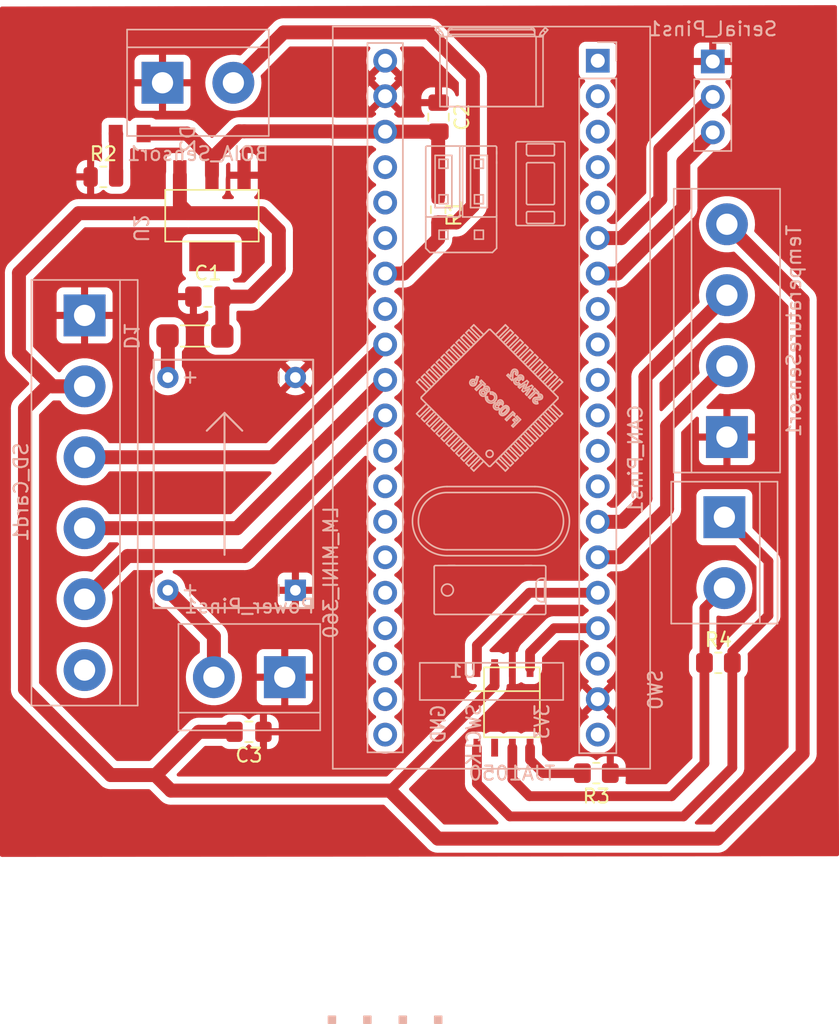
<source format=kicad_pcb>
(kicad_pcb (version 20211014) (generator pcbnew)
  (layers (0 "F.Cu" signal "cobre frontal") (31 "B.Cu" signal "Cobre traseira") (34 "B.Paste" user "Pasta traseira") (35 "F.Paste" user "Pasta frontal") (36 "B.SilkS" user "Serigrafia traseira") (37 "F.SilkS" user "Serigrafia frontal") (38 "B.Mask" user "Máscara traseira") (39 "F.Mask" user "Máscara frontal") (44 "Edge.Cuts" user "Cortes contorno"))
  (net 0 "")
  (net 1 "GND")
  (net 2 "/SerialRead")
  (net 3 "/5V")
  (net 4 "/3V3")
  (net 5 "/CAN_L")
  (net 6 "/CAN_H")
  (net 7 "/5V_IN")
  (net 8 "Net-(D2-Pad1)")
  (net 9 "/VCC_ON")
  (net 10 "Net-(R3-Pad2)")
  (net 11 "/MISO")
  (net 12 "/MOSI")
  (net 13 "/SCK")
  (net 14 "/CS")
  (net 15 "/RX")
  (net 16 "/TX")
  (net 17 "/SDA")
  (net 18 "/SCL")
  (net 19 "/CAN_TX")
  (net 20 "/CAN_RX")
  (footprint "Capacitor_SMD:C_0805_2012Metric_Pad1.18x1.45mm_HandSolder" (layer "F.Cu") (at 74.7522 101.5238)
    (fp_text reference "C1" (at 0 -1.68) (layer "F.SilkS"))
    (fp_text value "10uF")
    (pad "1" smd roundrect (at -1.0375 0) (size 1.175 1.45) (layers "F.Cu" "F.Paste" "F.Mask") (roundrect_rratio 0.212766) (net 1 "GND"))
    (pad "2" smd roundrect (at 1.0375 0) (size 1.175 1.45) (layers "F.Cu" "F.Paste" "F.Mask") (roundrect_rratio 0.212766) (net 3 "/5V"))
  )
  (footprint "Capacitor_SMD:C_0805_2012Metric_Pad1.18x1.45mm_HandSolder" (layer "F.Cu") (at 91.2876 88.6714 -90)
    (fp_text reference "C2" (at 0 -1.68 -270) (layer "F.SilkS"))
    (fp_text value "10uF")
    (pad "1" smd roundrect (at -1.0375 0 270) (size 1.175 1.45) (layers "F.Cu" "F.Paste" "F.Mask") (roundrect_rratio 0.212766) (net 1 "GND"))
    (pad "2" smd roundrect (at 1.0375 0 270) (size 1.175 1.45) (layers "F.Cu" "F.Paste" "F.Mask") (roundrect_rratio 0.212766) (net 4 "/3V3"))
  )
  (footprint "Resistor_SMD:R_0805_2012Metric_Pad1.20x1.40mm_HandSolder" (layer "F.Cu") (at 111.35 127.75)
    (fp_text reference "R4" (at 0 -1.65) (layer "F.SilkS"))
    (fp_text value "120")
    (pad "1" smd roundrect (at -1 0) (size 1.2 1.4) (layers "F.Cu" "F.Paste" "F.Mask") (roundrect_rratio 0.208333) (net 6 "/CAN_H"))
    (pad "2" smd roundrect (at 1 0) (size 1.2 1.4) (layers "F.Cu" "F.Paste" "F.Mask") (roundrect_rratio 0.208333) (net 5 "/CAN_L"))
  )
  (footprint "Resistor_SMD:R_0805_2012Metric" (layer "F.Cu") (at 67.26 92.95)
    (fp_text reference "R2" (at 0 -1.65) (layer "F.SilkS"))
    (fp_text value "120")
    (pad "1" smd roundrect (at -0.9125 0) (size 1.025 1.4) (layers "F.Cu" "F.Paste" "F.Mask") (roundrect_rratio 0.243902) (net 1 "GND"))
    (pad "2" smd roundrect (at 0.9125 0) (size 1.025 1.4) (layers "F.Cu" "F.Paste" "F.Mask") (roundrect_rratio 0.243902) (net 8 "Net-(D2-Pad1)"))
  )
  (footprint "Resistor_SMD:R_0805_2012Metric_Pad1.20x1.40mm_HandSolder" (layer "F.Cu") (at 102.6 135.65 180)
    (fp_text reference "R3" (at 0 -1.65) (layer "F.SilkS"))
    (fp_text value "10k")
    (pad "1" smd roundrect (at -1 0 180) (size 1.2 1.4) (layers "F.Cu" "F.Paste" "F.Mask") (roundrect_rratio 0.208333) (net 1 "GND"))
    (pad "2" smd roundrect (at 1 0 180) (size 1.2 1.4) (layers "F.Cu" "F.Paste" "F.Mask") (roundrect_rratio 0.208333) (net 10 "Net-(R3-Pad2)"))
  )
  (footprint "Resistor_SMD:R_0603_1608Metric_Pad0.98x0.95mm_HandSolder" (layer "F.Cu") (at 91.2622 95.3008 -90)
    (fp_text reference "R1" (at 0.254 -1.143 90) (layer "F.SilkS"))
    (fp_text value "200")
    (pad "1" smd roundrect (at -0.9125 0 270) (size 0.975 0.95) (layers "F.Cu" "F.Paste" "F.Mask") (net 4 "/3V3"))
    (pad "2" smd roundrect (at 0.9125 0 270) (size 0.975 0.95) (layers "F.Cu" "F.Paste" "F.Mask") (net 2 "/SerialRead"))
  )
  (footprint "Capacitor_SMD:C_0805_2012Metric_Pad1.18x1.45mm_HandSolder" (layer "F.Cu") (at 77.6986 132.6896 180)
    (fp_text reference "C3" (at 0 -1.68) (layer "F.SilkS"))
    (fp_text value "100nF")
    (pad "1" smd roundrect (at -1.0375 0 180) (size 1.175 1.45) (layers "F.Cu" "F.Paste" "F.Mask") (roundrect_rratio 0.212766) (net 1 "GND"))
    (pad "2" smd roundrect (at 1.0375 0 180) (size 1.175 1.45) (layers "F.Cu" "F.Paste" "F.Mask") (roundrect_rratio 0.212766) (net 3 "/5V"))
  )
  (footprint "Footprints:D_Schotty" (layer "B.Cu") (at 68.74365 104.3432 90)
    (fp_text reference "D1" (at 0 0.5 -90 unlocked) (layer "B.SilkS") (effects (justify mirror)))
    (fp_text value "D_Schottky")
    (pad "1" smd roundrect (at 0 7.045 180) (size 1.605 1.67) (layers "F.Cu" "F.Paste" "F.Mask") (net 3 "/5V"))
    (pad "2" smd roundrect (at 0 3.115 180) (size 1.605 1.67) (layers "F.Cu" "F.Paste" "F.Mask") (net 7 "/5V_IN"))
  )
  (footprint "Footprints:CAN" (layer "B.Cu") (at 96.55 136.1575 180)
    (fp_text reference "TJA1050" (at 0 0.5 unlocked) (layer "B.SilkS") (effects (justify mirror)))
    (fp_text value "CAN")
    (pad "1" smd rect (at -1.3 8.03 270) (size 1.27 0.49) (layers "F.Cu" "F.Paste" "F.Mask") (net 19 "/CAN_TX"))
    (pad "2" smd rect (at -0.03 8.03 270) (size 1.27 0.49) (layers "F.Cu" "F.Paste" "F.Mask") (net 1 "GND"))
    (pad "3" smd rect (at 1.24 8.03 270) (size 1.27 0.49) (layers "F.Cu" "F.Paste" "F.Mask") (net 3 "/5V"))
    (pad "4" smd rect (at 2.51 8.03 270) (size 1.27 0.49) (layers "F.Cu" "F.Paste" "F.Mask") (net 20 "/CAN_RX"))
    (pad "5" smd rect (at 2.51 2.33 270) (size 1.27 0.49) (layers "F.Cu" "F.Paste" "F.Mask") (net 5 "/CAN_L"))
    (pad "6" smd rect (at 1.24 2.33 270) (size 1.27 0.49) (layers "F.Cu" "F.Paste" "F.Mask"))
    (pad "7" smd rect (at -0.03 2.33 270) (size 1.27 0.49) (layers "F.Cu" "F.Paste" "F.Mask") (net 6 "/CAN_H"))
    (pad "8" smd rect (at -1.3 2.33 270) (size 1.27 0.49) (layers "F.Cu" "F.Paste" "F.Mask") (net 10 "Net-(R3-Pad2)"))
  )
  (footprint "TerminalBlock:TerminalBlock_bornier-4_P5.08mm" (layer "B.Cu") (at 111.9632 111.5822 90)
    (fp_text reference "TemperatureSensor1" (at 7.6 4.8 90) (layer "B.SilkS") (effects (justify mirror)))
    (fp_text value "Conn_01x02_Male")
    (pad "1" thru_hole rect (at 0 0 90) (size 3 3) (drill 1.52) (layers *.Cu *.Mask) (net 1 "GND"))
    (pad "2" thru_hole circle (at 5.08 0 90) (size 3 3) (drill 1.52) (layers *.Cu *.Mask) (net 17 "/SDA"))
    (pad "3" thru_hole circle (at 10.16 0 90) (size 3 3) (drill 1.52) (layers *.Cu *.Mask) (net 18 "/SCL"))
    (pad "4" thru_hole circle (at 15.24 0 90) (size 3 3) (drill 1.52) (layers *.Cu *.Mask) (net 3 "/5V"))
  )
  (footprint "TerminalBlock:TerminalBlock_bornier-2_P5.08mm" (layer "B.Cu") (at 80.264 128.778 180)
    (fp_text reference "Power_Pins1" (at 2.54 5.08) (layer "B.SilkS") (effects (justify mirror)))
    (fp_text value "Conn_01x02_Male")
    (pad "1" thru_hole rect (at 0 0 180) (size 2.999999 2.999999) (drill 1.52) (layers *.Cu *.Mask) (net 1 "GND"))
    (pad "2" thru_hole circle (at 5.08 0 180) (size 2.999999 2.999999) (drill 1.52) (layers *.Cu *.Mask) (net 9 "/VCC_ON"))
  )
  (footprint "Footprints:LM1117" (layer "B.Cu") (at 69.435 96.6425 90)
    (fp_text reference "U2" (at 0 0.5 -90 unlocked) (layer "B.SilkS") (effects (justify mirror)))
    (fp_text value "LM1117")
    (pad "1" smd rect (at 3.8125 7.91 180) (size 0.95 2.15) (layers "F.Cu" "F.Paste" "F.Mask") (net 1 "GND"))
    (pad "2" smd rect (at 3.8125 5.61 180) (size 0.95 2.15) (layers "F.Cu" "F.Paste" "F.Mask") (net 4 "/3V3"))
    (pad "3" smd rect (at 3.8125 3.31 180) (size 0.95 2.15) (layers "F.Cu" "F.Paste" "F.Mask") (net 3 "/5V"))
    (pad "4" smd rect (at -1.9875 5.61 180) (size 3.25 2.15) (layers "F.Cu" "F.Paste" "F.Mask"))
  )
  (footprint "Footprints:D_LED" (layer "B.Cu") (at 72.725 90.4475 -90)
    (fp_text reference "D2" (at -0.219 -0.595 -270 unlocked) (layer "B.SilkS") (effects (justify mirror)))
    (fp_text value "LED")
    (pad "1" smd rect (at -0.6 4.58) (size 1 1.25) (layers "F.Cu" "F.Paste" "F.Mask") (net 8 "Net-(D2-Pad1)"))
    (pad "2" smd rect (at -0.6 2.58) (size 1 1.25) (layers "F.Cu" "F.Paste" "F.Mask") (net 4 "/3V3"))
  )
  (footprint "Footprints:LM2596_DSN_Mini360_Module" (layer "B.Cu") (at 81.026 122.555 90)
    (fp_text reference "LM_MINI_360" (at 1.27 2.54 90) (layer "B.SilkS") (effects (justify mirror)))
    (fp_text value "V_REG")
    (fp_text user "+" (at 0 -7.62 90) (layer "B.SilkS") (effects (justify mirror)))
    (fp_text user "-" (at 15.24 -1.27 90) (layer "B.SilkS") (effects (justify mirror)))
    (fp_text user "-" (at 0 -1.27 90) (layer "B.SilkS") (effects (justify mirror)))
    (fp_text user "+" (at 15.24 -7.62 90) (layer "B.SilkS") (effects (justify mirror)))
    (pad "1" thru_hole circle (at 0 -9.144 90) (size 1.524 1.524) (drill 0.762) (layers *.Cu *.Mask) (net 9 "/VCC_ON"))
    (pad "2" thru_hole rect (at 0 0 90) (size 1.524 1.524) (drill 0.762) (layers *.Cu *.Mask) (net 1 "GND"))
    (pad "3" thru_hole circle (at 15.24 -9.144 90) (size 1.524 1.524) (drill 0.762) (layers *.Cu *.Mask) (net 7 "/5V_IN"))
    (pad "4" thru_hole circle (at 15.24 0 90) (size 1.524 1.524) (drill 0.762) (layers *.Cu *.Mask) (net 1 "GND"))
  )
  (footprint "Footprints:bluepill" (layer "B.Cu") (at 95.08331 136.70097 180)
    (fp_text reference "U1" (at 2.032 8.3994 unlocked) (layer "B.SilkS") (effects (justify mirror)))
    (fp_text value "YAAJ_BluePill")
    (fp_text user "GND" (at 3.81 4.572 90 unlocked) (layer "B.SilkS") (effects (font (size 1 0.9)) (justify mirror)))
    (fp_text user "SWCLK" (at 1.27 3.81 90 unlocked) (layer "B.SilkS") (effects (font (size 1 0.9)) (justify mirror)))
    (fp_text user "SWO" (at -11.7602 7.0198 90 unlocked) (layer "B.SilkS") (effects (font (size 1 0.9)) (justify mirror)))
    (fp_text user "3V3" (at -3.6244 4.7338 90 unlocked) (layer "B.SilkS") (effects (font (size 1 0.9)) (justify mirror)))
    (pad "1" thru_hole rect (at -7.62 52.07 180) (size 1.7 1.7) (drill 1) (layers *.Cu *.Mask))
    (pad "2" thru_hole circle (at -7.62 49.53 180) (size 1.7 1.7) (drill 1) (layers *.Cu *.Mask))
    (pad "3" thru_hole circle (at -7.62 46.99 180) (size 1.7 1.7) (drill 1) (layers *.Cu *.Mask))
    (pad "4" thru_hole circle (at -7.62 44.45 180) (size 1.7 1.7) (drill 1) (layers *.Cu *.Mask))
    (pad "5" thru_hole circle (at -7.62 41.91 180) (size 1.7 1.7) (drill 1) (layers *.Cu *.Mask))
    (pad "6" thru_hole circle (at -7.62 39.37 180) (size 1.7 1.7) (drill 1) (layers *.Cu *.Mask) (net 16 "/TX"))
    (pad "7" thru_hole circle (at -7.62 36.83 180) (size 1.7 1.7) (drill 1) (layers *.Cu *.Mask) (net 15 "/RX"))
    (pad "8" thru_hole circle (at -7.62 34.29 180) (size 1.7 1.7) (drill 1) (layers *.Cu *.Mask))
    (pad "9" thru_hole circle (at -7.62 31.75 180) (size 1.7 1.7) (drill 1) (layers *.Cu *.Mask))
    (pad "10" thru_hole circle (at -7.62 29.21 180) (size 1.7 1.7) (drill 1) (layers *.Cu *.Mask))
    (pad "11" thru_hole circle (at -7.62 26.67 180) (size 1.7 1.7) (drill 1) (layers *.Cu *.Mask))
    (pad "12" thru_hole circle (at -7.62 24.13 180) (size 1.7 1.7) (drill 1) (layers *.Cu *.Mask))
    (pad "13" thru_hole circle (at -7.62 21.59 180) (size 1.7 1.7) (drill 1) (layers *.Cu *.Mask))
    (pad "14" thru_hole circle (at -7.62 19.05 180) (size 1.7 1.7) (drill 1) (layers *.Cu *.Mask) (net 18 "/SCL"))
    (pad "15" thru_hole circle (at -7.62 16.51 180) (size 1.7 1.7) (drill 1) (layers *.Cu *.Mask) (net 17 "/SDA"))
    (pad "16" thru_hole circle (at -7.62 13.97 180) (size 1.7 1.7) (drill 1) (layers *.Cu *.Mask) (net 20 "/CAN_RX"))
    (pad "17" thru_hole circle (at -7.62 11.43 180) (size 1.7 1.7) (drill 1) (layers *.Cu *.Mask) (net 19 "/CAN_TX"))
    (pad "18" thru_hole circle (at -7.62 8.89 180) (size 1.7 1.7) (drill 1) (layers *.Cu *.Mask))
    (pad "19" thru_hole circle (at -7.62 6.35 180) (size 1.7 1.7) (drill 1) (layers *.Cu *.Mask) (net 1 "GND"))
    (pad "20" thru_hole circle (at -7.62 3.81 180) (size 1.7 1.7) (drill 1) (layers *.Cu *.Mask))
    (pad "21" thru_hole circle (at 7.62 3.81 180) (size 1.7 1.7) (drill 1) (layers *.Cu *.Mask))
    (pad "22" thru_hole circle (at 7.62 6.35 180) (size 1.7 1.7) (drill 1) (layers *.Cu *.Mask))
    (pad "23" thru_hole circle (at 7.62 8.89 180) (size 1.7 1.7) (drill 1) (layers *.Cu *.Mask))
    (pad "24" thru_hole circle (at 7.62 11.43 180) (size 1.7 1.7) (drill 1) (layers *.Cu *.Mask))
    (pad "25" thru_hole circle (at 7.62 13.97 180) (size 1.7 1.7) (drill 1) (layers *.Cu *.Mask))
    (pad "26" thru_hole circle (at 7.62 16.51 180) (size 1.7 1.7) (drill 1) (layers *.Cu *.Mask))
    (pad "27" thru_hole circle (at 7.62 19.05 180) (size 1.7 1.7) (drill 1) (layers *.Cu *.Mask))
    (pad "28" thru_hole circle (at 7.62 21.59 180) (size 1.7 1.7) (drill 1) (layers *.Cu *.Mask))
    (pad "29" thru_hole circle (at 7.62 24.13 180) (size 1.7 1.7) (drill 1) (layers *.Cu *.Mask))
    (pad "30" thru_hole circle (at 7.62 26.67 180) (size 1.7 1.7) (drill 1) (layers *.Cu *.Mask) (net 13 "/SCK"))
    (pad "31" thru_hole circle (at 7.62 29.21 180) (size 1.7 1.7) (drill 1) (layers *.Cu *.Mask) (net 11 "/MISO"))
    (pad "32" thru_hole circle (at 7.62 31.75 180) (size 1.7 1.7) (drill 1) (layers *.Cu *.Mask) (net 12 "/MOSI"))
    (pad "33" thru_hole circle (at 7.62 34.29 180) (size 1.7 1.7) (drill 1) (layers *.Cu *.Mask))
    (pad "34" thru_hole circle (at 7.62 36.83 180) (size 1.7 1.7) (drill 1) (layers *.Cu *.Mask) (net 2 "/SerialRead"))
    (pad "35" thru_hole circle (at 7.62 39.37 180) (size 1.7 1.7) (drill 1) (layers *.Cu *.Mask))
    (pad "36" thru_hole circle (at 7.62 41.91 180) (size 1.7 1.7) (drill 1) (layers *.Cu *.Mask))
    (pad "37" thru_hole circle (at 7.62 44.45 180) (size 1.7 1.7) (drill 1) (layers *.Cu *.Mask))
    (pad "38" thru_hole circle (at 7.62 46.99 180) (size 1.7 1.7) (drill 1) (layers *.Cu *.Mask) (net 4 "/3V3"))
    (pad "39" thru_hole circle (at 7.62 49.53 180) (size 1.7 1.7) (drill 1) (layers *.Cu *.Mask) (net 1 "GND"))
    (pad "40" thru_hole circle (at 7.62 52.07 180) (size 1.7 1.7) (drill 1) (layers *.Cu *.Mask) (net 1 "GND"))
  )
  (footprint "TerminalBlock:TerminalBlock_bornier-2_P5.08mm" (layer "B.Cu") (at 111.78 117.32 -90)
    (fp_text reference "CAN_Pins1" (at -4.14 6.37 90) (layer "B.SilkS") (effects (justify mirror)))
    (fp_text value "Conn_01x02_Male")
    (pad "1" thru_hole rect (at 0 0 270) (size 3 3) (drill 1.52) (layers *.Cu *.Mask) (net 5 "/CAN_L"))
    (pad "2" thru_hole circle (at 5.08 0 270) (size 3 3) (drill 1.52) (layers *.Cu *.Mask) (net 6 "/CAN_H"))
  )
  (footprint "TerminalBlock:TerminalBlock_bornier-2_P5.08mm" (layer "B.Cu") (at 71.5 86.21)
    (fp_text reference "BOIA_Sensor1" (at 2.54 5.08) (layer "B.SilkS") (effects (justify mirror)))
    (fp_text value "Conn_01x02_Male")
    (pad "1" thru_hole rect (at 0 0) (size 3 3) (drill 1.52) (layers *.Cu *.Mask) (net 1 "GND"))
    (pad "2" thru_hole circle (at 5.08 0) (size 3 3) (drill 1.52) (layers *.Cu *.Mask) (net 2 "/SerialRead"))
  )
  (footprint "Connector_PinHeader_2.54mm:PinHeader_1x03_P2.54mm_Vertical" (layer "B.Cu") (at 110.9472 84.6836 180)
    (property "Reference" "Serial_Pins")
    (property "Value" "Conn_01x03_Male")
    (fp_text reference "Serial_Pins1" (at 0 2.33) (layer "B.SilkS") (effects (justify mirror)))
    (fp_text value "Conn_01x03_Male")
    (pad "1" thru_hole rect (at 0 0 180) (size 1.7 1.7) (drill 1) (layers *.Cu *.Mask) (net 1 "GND"))
    (pad "2" thru_hole oval (at 0 -2.54 180) (size 1.7 1.7) (drill 1) (layers *.Cu *.Mask) (net 16 "/TX"))
    (pad "3" thru_hole oval (at 0 -5.08 180) (size 1.7 1.7) (drill 1) (layers *.Cu *.Mask) (net 15 "/RX"))
  )
  (footprint "TerminalBlock:TerminalBlock_bornier-6_P5.08mm" (layer "B.Cu") (at 65.913 102.87 -90)
    (property "Reference" "SD_Card")
    (property "Value" "Conn_01x06_Male")
    (fp_text reference "SD_Card1" (at 12.65 4.55 90) (layer "B.SilkS") (effects (justify mirror)))
    (fp_text value "Conn_01x06_Male")
    (pad "1" thru_hole rect (at 0 0 270) (size 3 3) (drill 1.52) (layers *.Cu *.Mask) (net 1 "GND"))
    (pad "2" thru_hole circle (at 5.08 0 270) (size 3 3) (drill 1.52) (layers *.Cu *.Mask) (net 3 "/5V"))
    (pad "3" thru_hole circle (at 10.16 0 270) (size 3 3) (drill 1.52) (layers *.Cu *.Mask) (net 12 "/MOSI"))
    (pad "4" thru_hole circle (at 15.24 0 270) (size 3 3) (drill 1.52) (layers *.Cu *.Mask) (net 11 "/MISO"))
    (pad "5" thru_hole circle (at 20.32 0 270) (size 3 3) (drill 1.52) (layers *.Cu *.Mask) (net 13 "/SCK"))
    (pad "6" thru_hole circle (at 25.4 0 270) (size 3 3) (drill 1.52) (layers *.Cu *.Mask) (net 14 "/CS"))
  )
  (segment (start 93.7514 95.0214) (end 92.5595 96.2133) (width 1) (layer "F.Cu") (net 2))
  (segment (start 87.46331 99.87097) (end 88.77903 99.87097) (width 1) (layer "F.Cu") (net 2))
  (segment (start 90.6008 82.6008) (end 80.1892 82.6008) (width 1) (layer "F.Cu") (net 2))
  (segment (start 88.77903 99.87097) (end 91.2622 97.3878) (width 1) (layer "F.Cu") (net 2))
  (segment (start 91.2622 97.3878) (end 91.2622 96.2133) (width 1) (layer "F.Cu") (net 2))
  (segment (start 93.7514 85.7514) (end 93.7514 95.0214) (width 1) (layer "F.Cu") (net 2))
  (segment (start 90.6008 82.6008) (end 93.7514 85.7514) (width 1) (layer "F.Cu") (net 2))
  (segment (start 80.1892 82.6008) (end 76.58 86.21) (width 1) (layer "F.Cu") (net 2))
  (segment (start 92.5595 96.2133) (end 91.2622 96.2133) (width 1) (layer "F.Cu") (net 2))
  (segment (start 117.389511 134.240319) (end 117.389511 101.768511) (width 1) (layer "F.Cu") (net 3))
  (segment (start 63.62 107.95) (end 61.21 105.54) (width 1) (layer "F.Cu") (net 3))
  (segment (start 63.23 107.95) (end 61.64 109.54) (width 1) (layer "F.Cu") (net 3))
  (segment (start 78.59 95.55) (end 73.35 95.55) (width 1) (layer "F.Cu") (net 3))
  (segment (start 77.8262 101.5238) (end 79.84 99.51) (width 1) (layer "F.Cu") (net 3))
  (segment (start 95.31 129.39) (end 95.31 128.1275) (width 0.7) (layer "F.Cu") (net 3))
  (segment (start 75.78865 101.52485) (end 75.7897 101.5238) (width 1) (layer "F.Cu") (net 3))
  (segment (start 79.84 99.51) (end 79.84 96.8) (width 1) (layer "F.Cu") (net 3))
  (segment (start 111.28983 140.34) (end 117.389511 134.240319) (width 1) (layer "F.Cu") (net 3))
  (segment (start 71.0116 135.7884) (end 71.0116 135.8116) (width 1) (layer "F.Cu") (net 3))
  (segment (start 75.7897 101.5238) (end 77.8262 101.5238) (width 1) (layer "F.Cu") (net 3))
  (segment (start 65.913 107.95) (end 63.62 107.95) (width 1) (layer "F.Cu") (net 3))
  (segment (start 61.64 109.54) (end 61.64 129.64) (width 1) (layer "F.Cu") (net 3))
  (segment (start 67.7884 135.7884) (end 71.0116 135.7884) (width 1) (layer "F.Cu") (net 3))
  (segment (start 65.49 95.55) (end 73.35 95.55) (width 1) (layer "F.Cu") (net 3))
  (segment (start 61.64 129.64) (end 67.7884 135.7884) (width 1) (layer "F.Cu") (net 3))
  (segment (start 91.24 140.34) (end 111.28983 140.34) (width 1) (layer "F.Cu") (net 3))
  (segment (start 87.8 136.9) (end 95.31 129.39) (width 0.7) (layer "F.Cu") (net 3))
  (segment (start 74.1104 132.6896) (end 76.6611 132.6896) (width 1) (layer "F.Cu") (net 3))
  (segment (start 65.913 107.95) (end 63.23 107.95) (width 1) (layer "F.Cu") (net 3))
  (segment (start 72.1 136.9) (end 87.8 136.9) (width 1) (layer "F.Cu") (net 3))
  (segment (start 73.35 95.55) (end 72.745 94.945) (width 1) (layer "F.Cu") (net 3))
  (segment (start 72.745 92.83) (end 72.745 94.945) (width 1) (layer "F.Cu") (net 3))
  (segment (start 61.21 99.83) (end 65.49 95.55) (width 1) (layer "F.Cu") (net 3))
  (segment (start 61.21 105.54) (end 61.21 99.83) (width 1) (layer "F.Cu") (net 3))
  (segment (start 87.8 136.9) (end 91.24 140.34) (width 1) (layer "F.Cu") (net 3))
  (segment (start 71.0116 135.8116) (end 72.1 136.9) (width 1) (layer "F.Cu") (net 3))
  (segment (start 71.0116 135.7884) (end 74.1104 132.6896) (width 1) (layer "F.Cu") (net 3))
  (segment (start 117.389511 101.768511) (end 111.9632 96.3422) (width 1) (layer "F.Cu") (net 3))
  (segment (start 79.84 96.8) (end 78.59 95.55) (width 1) (layer "F.Cu") (net 3))
  (segment (start 75.78865 104.3432) (end 75.78865 101.52485) (width 1) (layer "F.Cu") (net 3))
  (segment (start 91.2622 94.3883) (end 91.2622 89.7343) (width 1) (layer "F.Cu") (net 4))
  (segment (start 76.9926 89.6874) (end 77.3626 89.6874) (width 1) (layer "F.Cu") (net 4))
  (segment (start 83.693 89.6874) (end 83.71657 89.71097) (width 1) (layer "F.Cu") (net 4))
  (segment (start 87.46538 89.7089) (end 87.46331 89.71097) (width 1) (layer "F.Cu") (net 4))
  (segment (start 87.46331 89.71097) (end 91.28553 89.71097) (width 1) (layer "F.Cu") (net 4))
  (segment (start 75.045 92.83) (end 75.045 91.635) (width 1) (layer "F.Cu") (net 4))
  (segment (start 77.3626 89.6874) (end 83.693 89.6874) (width 1) (layer "F.Cu") (net 4))
  (segment (start 75.045 91.635) (end 76.9926 89.6874) (width 1) (layer "F.Cu") (net 4))
  (segment (start 91.28553 89.71097) (end 91.2876 89.7089) (width 1) (layer "F.Cu") (net 4))
  (segment (start 83.71657 89.71097) (end 87.46331 89.71097) (width 1) (layer "F.Cu") (net 4))
  (segment (start 73.2575 89.8475) (end 70.145 89.8475) (width 1) (layer "F.Cu") (net 4))
  (segment (start 75.045 91.635) (end 73.2575 89.8475) (width 1) (layer "F.Cu") (net 4))
  (segment (start 91.2622 89.7343) (end 91.2876 89.7089) (width 1) (layer "F.Cu") (net 4))
  (segment (start 108.85 138.75) (end 112.35 135.25) (width 0.7) (layer "F.Cu") (net 5))
  (segment (start 114.94 120.48) (end 111.78 117.32) (width 0.7) (layer "F.Cu") (net 5))
  (segment (start 112.35 135.25) (end 112.35 127.75) (width 0.7) (layer "F.Cu") (net 5))
  (segment (start 96.4 138.75) (end 108.85 138.75) (width 0.7) (layer "F.Cu") (net 5))
  (segment (start 112.35 127.75) (end 112.35 126.95) (width 0.7) (layer "F.Cu") (net 5))
  (segment (start 112.35 126.95) (end 114.94 124.36) (width 0.7) (layer "F.Cu") (net 5))
  (segment (start 94.04 136.39) (end 96.4 138.75) (width 0.7) (layer "F.Cu") (net 5))
  (segment (start 94.04 133.8275) (end 94.04 136.39) (width 0.7) (layer "F.Cu") (net 5))
  (segment (start 114.94 124.36) (end 114.94 120.48) (width 0.7) (layer "F.Cu") (net 5))
  (segment (start 110.35 123.83) (end 111.78 122.4) (width 0.7) (layer "F.Cu") (net 6))
  (segment (start 107.99952 137.30048) (end 97.80048 137.30048) (width 0.7) (layer "F.Cu") (net 6))
  (segment (start 110.35 127.75) (end 110.35 123.83) (width 0.7) (layer "F.Cu") (net 6))
  (segment (start 96.58 136.08) (end 96.58 133.8275) (width 0.7) (layer "F.Cu") (net 6))
  (segment (start 110.35 127.75) (end 110.35 134.95) (width 0.7) (layer "F.Cu") (net 6))
  (segment (start 110.35 134.95) (end 107.99952 137.30048) (width 0.7) (layer "F.Cu") (net 6))
  (segment (start 97.80048 137.30048) (end 96.58 136.08) (width 0.7) (layer "F.Cu") (net 6))
  (segment (start 71.882 104.36655) (end 71.85865 104.3432) (width 1) (layer "F.Cu") (net 7))
  (segment (start 71.882 107.315) (end 71.882 104.36655) (width 1) (layer "F.Cu") (net 7))
  (segment (start 68.1725 89.875) (end 68.145 89.8475) (width 1) (layer "F.Cu") (net 8))
  (segment (start 68.1725 92.95) (end 68.1725 89.875) (width 1) (layer "F.Cu") (net 8))
  (segment (start 75.184 125.857) (end 71.882 122.555) (width 1) (layer "F.Cu") (net 9))
  (segment (start 75.184 128.778) (end 75.184 125.857) (width 1) (layer "F.Cu") (net 9))
  (segment (start 97.85 133.8275) (end 97.85 134.7) (width 0.7) (layer "F.Cu") (net 10))
  (segment (start 97.85 134.7) (end 98.8 135.65) (width 0.7) (layer "F.Cu") (net 10))
  (segment (start 98.8 135.65) (end 101.6 135.65) (width 0.7) (layer "F.Cu") (net 10))
  (segment (start 87.46331 107.49097) (end 76.84428 118.11) (width 1) (layer "F.Cu") (net 11))
  (segment (start 76.84428 118.11) (end 65.913 118.11) (width 1) (layer "F.Cu") (net 11))
  (segment (start 79.38428 113.03) (end 65.913 113.03) (width 1) (layer "F.Cu") (net 12))
  (segment (start 87.46331 104.95097) (end 79.38428 113.03) (width 1) (layer "F.Cu") (net 12))
  (segment (start 87.46331 110.03097) (end 77.39428 120.1) (width 1) (layer "F.Cu") (net 13))
  (segment (start 87.46331 110.03097) (end 87.21903 110.03097) (width 1) (layer "F.Cu") (net 13))
  (segment (start 77.39428 120.1) (end 69.003 120.1) (width 1) (layer "F.Cu") (net 13))
  (segment (start 69.003 120.1) (end 65.913 123.19) (width 1) (layer "F.Cu") (net 13))
  (segment (start 108.839 95.1484) (end 108.839 91.8718) (width 1) (layer "F.Cu") (net 15))
  (segment (start 108.839 91.8718) (end 110.9472 89.7636) (width 1) (layer "F.Cu") (net 15))
  (segment (start 104.11643 99.87097) (end 108.839 95.1484) (width 1) (layer "F.Cu") (net 15))
  (segment (start 102.74428 99.83) (end 102.70331 99.87097) (width 1) (layer "F.Cu") (net 15))
  (segment (start 102.70331 99.87097) (end 104.11643 99.87097) (width 1) (layer "F.Cu") (net 15))
  (segment (start 107.188 90.9828) (end 110.9472 87.2236) (width 1) (layer "F.Cu") (net 16))
  (segment (start 107.188 94.5388) (end 107.188 90.9828) (width 1) (layer "F.Cu") (net 16))
  (segment (start 102.70331 97.33097) (end 104.39583 97.33097) (width 1) (layer "F.Cu") (net 16))
  (segment (start 104.39583 97.33097) (end 107.188 94.5388) (width 1) (layer "F.Cu") (net 16))
  (segment (start 102.70331 120.19097) (end 104.20533 120.19097) (width 1) (layer "F.Cu") (net 17))
  (segment (start 107.6706 110.7948) (end 111.9632 106.5022) (width 1) (layer "F.Cu") (net 17))
  (segment (start 104.20533 120.19097) (end 107.6706 116.7257) (width 1) (layer "F.Cu") (net 17))
  (segment (start 107.6706 116.7257) (end 107.6706 110.7948) (width 1) (layer "F.Cu") (net 17))
  (segment (start 106.1212 107.2642) (end 111.9632 101.4222) (width 1) (layer "F.Cu") (net 18))
  (segment (start 104.44663 117.65097) (end 106.1212 115.9764) (width 1) (layer "F.Cu") (net 18))
  (segment (start 111.62728 101.75812) (end 111.9632 101.75812) (width 1) (layer "F.Cu") (net 18))
  (segment (start 106.1212 115.9764) (end 106.1212 107.2642) (width 1) (layer "F.Cu") (net 18))
  (segment (start 102.70331 117.65097) (end 104.44663 117.65097) (width 1) (layer "F.Cu") (net 18))
  (segment (start 102.70331 125.27097) (end 102.84277 125.27097) (width 1) (layer "F.Cu") (net 19))
  (segment (start 99.57903 125.27097) (end 97.85 127) (width 0.7) (layer "F.Cu") (net 19))
  (segment (start 97.85 127) (end 97.85 128.1275) (width 0.7) (layer "F.Cu") (net 19))
  (segment (start 102.70331 125.27097) (end 99.57903 125.27097) (width 0.7) (layer "F.Cu") (net 19))
  (segment (start 102.70331 122.73097) (end 97.80153 122.73097) (width 0.7) (layer "F.Cu") (net 20))
  (segment (start 97.80153 122.73097) (end 94.04 126.4925) (width 0.7) (layer "F.Cu") (net 20))
  (segment (start 94.04 126.4925) (end 94.04 128.1275) (width 0.7) (layer "F.Cu") (net 20))
  (zone (net 1) (net_name "GND") (layer "F.Cu") (connect_pads (clearance 0.508)) (min_thickness 0.254) (fill yes (thermal_gap 0.508) (thermal_bridge_width 0.508))
    (polygon (pts (xy 120 141.6) (xy 59.85 141.65) (xy 59.85 80.75) (xy 119.85 80.65)))
  )
)
</source>
